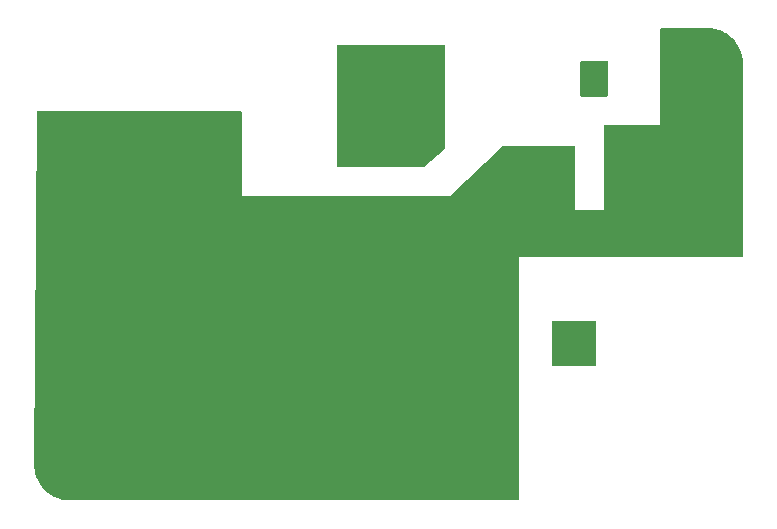
<source format=gbr>
%TF.GenerationSoftware,KiCad,Pcbnew,(6.0.2)*%
%TF.CreationDate,2022-09-18T20:27:38+02:00*%
%TF.ProjectId,8-4GHzDSN_V2,382d3447-487a-4445-934e-5f56322e6b69,rev?*%
%TF.SameCoordinates,Original*%
%TF.FileFunction,Soldermask,Bot*%
%TF.FilePolarity,Negative*%
%FSLAX46Y46*%
G04 Gerber Fmt 4.6, Leading zero omitted, Abs format (unit mm)*
G04 Created by KiCad (PCBNEW (6.0.2)) date 2022-09-18 20:27:38*
%MOMM*%
%LPD*%
G01*
G04 APERTURE LIST*
%ADD10R,4.000000X2.000000*%
%ADD11C,0.500000*%
%ADD12C,2.700000*%
%ADD13R,2.000000X4.000000*%
G04 APERTURE END LIST*
D10*
%TO.C,J3*%
X157800000Y-110628000D03*
X157800000Y-115200000D03*
%TD*%
D11*
%TO.C,U5*%
X118900000Y-121000000D03*
X119775000Y-121000000D03*
X118900000Y-119000000D03*
X119900000Y-119000000D03*
%TD*%
D10*
%TO.C,J2*%
X102250000Y-122286000D03*
X102250000Y-117714000D03*
%TD*%
D12*
%TO.C,REF\u002A\u002A*%
X103000000Y-112000000D03*
%TD*%
D13*
%TO.C,J4*%
X135286000Y-137750000D03*
X130714000Y-137750000D03*
%TD*%
D12*
%TO.C,REF\u002A\u002A*%
X103000000Y-128000000D03*
%TD*%
%TO.C,REF\u002A\u002A*%
X157000000Y-105000000D03*
%TD*%
G36*
X147542121Y-124820002D02*
G01*
X147588614Y-124873658D01*
X147600000Y-124926000D01*
X147600000Y-128474000D01*
X147579998Y-128542121D01*
X147526342Y-128588614D01*
X147474000Y-128600000D01*
X143926000Y-128600000D01*
X143857879Y-128579998D01*
X143811386Y-128526342D01*
X143800000Y-128474000D01*
X143800000Y-124926000D01*
X143820002Y-124857879D01*
X143873658Y-124811386D01*
X143926000Y-124800000D01*
X147474000Y-124800000D01*
X147542121Y-124820002D01*
G37*
G36*
X157003526Y-100000198D02*
G01*
X157328828Y-100018466D01*
X157342869Y-100020048D01*
X157660587Y-100074031D01*
X157674362Y-100077175D01*
X157984039Y-100166391D01*
X157997376Y-100171058D01*
X158295114Y-100294386D01*
X158307845Y-100300517D01*
X158589900Y-100456404D01*
X158601864Y-100463921D01*
X158864700Y-100650413D01*
X158875747Y-100659223D01*
X159116044Y-100873965D01*
X159126035Y-100883956D01*
X159340777Y-101124253D01*
X159349587Y-101135300D01*
X159536079Y-101398136D01*
X159543596Y-101410100D01*
X159699483Y-101692155D01*
X159705614Y-101704886D01*
X159828942Y-102002624D01*
X159833609Y-102015961D01*
X159922825Y-102325638D01*
X159925969Y-102339413D01*
X159979952Y-102657131D01*
X159981534Y-102671172D01*
X159999802Y-102996474D01*
X160000000Y-103003539D01*
X160000000Y-108328000D01*
X159979998Y-108396121D01*
X159926342Y-108442614D01*
X159874000Y-108454000D01*
X153003088Y-108454000D01*
X152996906Y-108453848D01*
X152981291Y-108453081D01*
X152968982Y-108451869D01*
X152960671Y-108450636D01*
X152896223Y-108420854D01*
X152858108Y-108360956D01*
X152858426Y-108289960D01*
X152897077Y-108230407D01*
X152961790Y-108201203D01*
X152979162Y-108200000D01*
X152981885Y-108200000D01*
X152997124Y-108195525D01*
X152998329Y-108194135D01*
X153000000Y-108186452D01*
X153000000Y-100126000D01*
X153020002Y-100057879D01*
X153073658Y-100011386D01*
X153126000Y-100000000D01*
X156996461Y-100000000D01*
X157003526Y-100000198D01*
G37*
G36*
X117542121Y-107020002D02*
G01*
X117588614Y-107073658D01*
X117600000Y-107126000D01*
X117600000Y-114181885D01*
X117604475Y-114197124D01*
X117605865Y-114198329D01*
X117613548Y-114200000D01*
X135181885Y-114200000D01*
X135208048Y-114192318D01*
X139563483Y-110034857D01*
X139626570Y-110002290D01*
X139650483Y-110000000D01*
X145674000Y-110000000D01*
X145742121Y-110020002D01*
X145788614Y-110073658D01*
X145800000Y-110126000D01*
X145800000Y-115381885D01*
X145804475Y-115397124D01*
X145805865Y-115398329D01*
X145813548Y-115400000D01*
X148181885Y-115400000D01*
X148197124Y-115395525D01*
X148198329Y-115394135D01*
X148200000Y-115386452D01*
X148200000Y-108326000D01*
X148220002Y-108257879D01*
X148273658Y-108211386D01*
X148326000Y-108200000D01*
X152981885Y-108200000D01*
X152997124Y-108195525D01*
X152998329Y-108194135D01*
X153000000Y-108186452D01*
X153000000Y-108072000D01*
X153020002Y-108003879D01*
X153073658Y-107957386D01*
X153126000Y-107946000D01*
X159874000Y-107946000D01*
X159942121Y-107966002D01*
X159988614Y-108019658D01*
X160000000Y-108072000D01*
X160000000Y-119274000D01*
X159979998Y-119342121D01*
X159926342Y-119388614D01*
X159874000Y-119400000D01*
X141018115Y-119400000D01*
X141002876Y-119404475D01*
X141001671Y-119405865D01*
X141000000Y-119413548D01*
X141000000Y-139874000D01*
X140979998Y-139942121D01*
X140926342Y-139988614D01*
X140874000Y-140000000D01*
X103003539Y-140000000D01*
X102996474Y-139999802D01*
X102671172Y-139981534D01*
X102657131Y-139979952D01*
X102339413Y-139925969D01*
X102325638Y-139922825D01*
X102015961Y-139833609D01*
X102002624Y-139828942D01*
X101704886Y-139705614D01*
X101692155Y-139699483D01*
X101410100Y-139543596D01*
X101398136Y-139536079D01*
X101135300Y-139349587D01*
X101124253Y-139340777D01*
X100883956Y-139126035D01*
X100873965Y-139116044D01*
X100659223Y-138875747D01*
X100650413Y-138864700D01*
X100463921Y-138601864D01*
X100456404Y-138589900D01*
X100300517Y-138307845D01*
X100294386Y-138295114D01*
X100171058Y-137997376D01*
X100166391Y-137984039D01*
X100077175Y-137674362D01*
X100074031Y-137660587D01*
X100020048Y-137342869D01*
X100018466Y-137328825D01*
X100016631Y-137296137D01*
X100016435Y-137288311D01*
X100199241Y-107125236D01*
X100219656Y-107057238D01*
X100273592Y-107011071D01*
X100325239Y-107000000D01*
X117474000Y-107000000D01*
X117542121Y-107020002D01*
G37*
G36*
X148542121Y-102820002D02*
G01*
X148588614Y-102873658D01*
X148600000Y-102926000D01*
X148600000Y-105674000D01*
X148579998Y-105742121D01*
X148526342Y-105788614D01*
X148474000Y-105800000D01*
X146326000Y-105800000D01*
X146257879Y-105779998D01*
X146211386Y-105726342D01*
X146200000Y-105674000D01*
X146200000Y-102926000D01*
X146220002Y-102857879D01*
X146273658Y-102811386D01*
X146326000Y-102800000D01*
X148474000Y-102800000D01*
X148542121Y-102820002D01*
G37*
G36*
X134742121Y-101420002D02*
G01*
X134788614Y-101473658D01*
X134800000Y-101526000D01*
X134800000Y-110143417D01*
X134779998Y-110211538D01*
X134757710Y-110237591D01*
X133035804Y-111768174D01*
X132971601Y-111798481D01*
X132952094Y-111800000D01*
X125726000Y-111800000D01*
X125657879Y-111779998D01*
X125611386Y-111726342D01*
X125600000Y-111674000D01*
X125600000Y-101526000D01*
X125620002Y-101457879D01*
X125673658Y-101411386D01*
X125726000Y-101400000D01*
X134674000Y-101400000D01*
X134742121Y-101420002D01*
G37*
M02*

</source>
